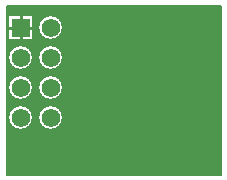
<source format=gbl>
*%FSLAX24Y24*%
*%MOIN*%
G01*
%ADD11C,0.0010*%
%ADD12C,0.0030*%
%ADD13C,0.0050*%
%ADD14C,0.0060*%
%ADD15C,0.0073*%
%ADD16C,0.0080*%
%ADD17C,0.0100*%
%ADD18C,0.0120*%
%ADD19C,0.0200*%
%ADD20C,0.0250*%
%ADD21C,0.0300*%
%ADD22C,0.0320*%
%ADD23C,0.0400*%
%ADD24C,0.0500*%
%ADD25C,0.0560*%
%ADD26C,0.0620*%
%ADD27C,0.0700*%
%ADD28C,0.0800*%
%ADD29R,0.0098X0.0331*%
%ADD30R,0.0178X0.0411*%
%ADD31R,0.0200X0.0250*%
%ADD32R,0.0250X0.0200*%
%ADD33R,0.0280X0.0330*%
%ADD34R,0.0330X0.0280*%
%ADD35R,0.0331X0.0098*%
%ADD36R,0.0411X0.0178*%
%ADD37R,0.0620X0.0620*%
%ADD38R,0.0700X0.0700*%
%ADD39R,0.2165X0.0787*%
%ADD40R,0.2245X0.0867*%
D16*
X276087Y122350D02*
X281360D01*
Y122300D02*
X276099D01*
X276068Y122400D02*
X281360D01*
Y122250D02*
X276105D01*
X276104Y122200D02*
X281360D01*
X276100Y122294D02*
Y122960D01*
X276050D02*
Y122435D01*
X276097Y122150D02*
X281360D01*
Y122100D02*
X276084D01*
X276087Y121350D02*
X281360D01*
Y121300D02*
X276099D01*
X276105Y121250D02*
X281360D01*
Y121200D02*
X276104D01*
X276100Y121294D02*
Y122166D01*
X276097Y121150D02*
X281360D01*
X276100Y121166D02*
Y120294D01*
X276084Y121100D02*
X281360D01*
Y122550D02*
X275951D01*
X276004Y122500D02*
X281360D01*
Y122600D02*
X275872D01*
X276063Y122050D02*
X281360D01*
Y122450D02*
X276041D01*
X276034Y122000D02*
X281360D01*
Y121950D02*
X275994D01*
X275938Y121900D02*
X281360D01*
Y121850D02*
X275849D01*
X275951Y121550D02*
X281360D01*
Y121600D02*
X275872D01*
X276041Y121450D02*
X281360D01*
Y121500D02*
X276004D01*
X276050Y121435D02*
Y122025D01*
X276068Y121400D02*
X281360D01*
Y121050D02*
X276063D01*
X276087Y120350D02*
X281360D01*
Y120400D02*
X276068D01*
X276099Y120300D02*
X281360D01*
Y120250D02*
X276105D01*
X276104Y120200D02*
X281360D01*
X276050Y120435D02*
Y121025D01*
X276097Y120150D02*
X281360D01*
Y120100D02*
X276084D01*
X276063Y120050D02*
X281360D01*
Y119400D02*
X276068D01*
X276087Y119350D02*
X281360D01*
Y119300D02*
X276099D01*
X276100Y119294D02*
Y120166D01*
X276050Y120025D02*
Y119435D01*
X276105Y119250D02*
X281360D01*
Y119200D02*
X276104D01*
X276034Y121000D02*
X281360D01*
Y120950D02*
X275994D01*
X275938Y120900D02*
X281360D01*
Y120600D02*
X275872D01*
X275849Y120850D02*
X281360D01*
Y120500D02*
X276004D01*
X275951Y120550D02*
X281360D01*
Y120450D02*
X276041D01*
X276034Y120000D02*
X281360D01*
Y119950D02*
X275994D01*
X275938Y119900D02*
X281360D01*
Y119600D02*
X275872D01*
X275849Y119850D02*
X281360D01*
Y119550D02*
X275951D01*
X276041Y119450D02*
X281360D01*
Y119500D02*
X276004D01*
X275850Y122610D02*
Y122960D01*
X275900D02*
Y122585D01*
X275800Y122626D02*
Y122960D01*
X275750D02*
Y122636D01*
X275700Y122640D02*
Y122960D01*
X275650D02*
Y122638D01*
X275600Y122629D02*
Y122960D01*
X275550D02*
Y122614D01*
X275500Y122591D02*
Y122960D01*
X276000D02*
Y122504D01*
X275950Y122551D02*
Y122960D01*
X276000Y121956D02*
Y121504D01*
X275950Y121551D02*
Y121909D01*
X275900Y121875D02*
Y121585D01*
X275850Y121610D02*
Y121850D01*
X275800Y121834D02*
Y121626D01*
X275750Y121636D02*
Y121824D01*
X275450Y122559D02*
Y122960D01*
X275400D02*
Y122515D01*
X275518Y122600D02*
X275105D01*
Y122550D02*
X275439D01*
X275386Y122500D02*
X275105D01*
X275350Y122452D02*
Y122960D01*
X275300D02*
Y122340D01*
X275349Y122450D02*
X275105D01*
Y122400D02*
X275322D01*
X275400Y121945D02*
Y121515D01*
X275350Y121452D02*
Y122008D01*
X275500Y121869D02*
Y121591D01*
X275450Y121559D02*
Y121901D01*
X275105Y121820D02*
Y122640D01*
Y122350D02*
X275303D01*
X275300Y122120D02*
Y121340D01*
X275291Y122300D02*
X275105D01*
X275900Y120875D02*
Y120585D01*
X275950Y120551D02*
Y120909D01*
X275850Y120850D02*
Y120610D01*
X275800Y120626D02*
Y120834D01*
X275750Y120824D02*
Y120636D01*
X275700Y121640D02*
Y121820D01*
X275650Y121822D02*
Y121638D01*
X275700Y120820D02*
Y120640D01*
X275650Y120638D02*
Y120822D01*
X276000Y120956D02*
Y120504D01*
Y119956D02*
Y119504D01*
X275950Y119551D02*
Y119909D01*
X275900Y119875D02*
Y119585D01*
X275850Y119610D02*
Y119850D01*
X275800Y119834D02*
Y119626D01*
X275750Y119636D02*
Y119824D01*
X275700Y119820D02*
Y119640D01*
X275600Y121629D02*
Y121831D01*
X275550Y121846D02*
Y121614D01*
Y120846D02*
Y120614D01*
X275600Y120629D02*
Y120831D01*
X275500Y120869D02*
Y120591D01*
X275350Y120452D02*
Y121008D01*
X275300Y121120D02*
Y120340D01*
X275450Y120559D02*
Y120901D01*
X275400Y120945D02*
Y120515D01*
X275550Y119846D02*
Y119614D01*
X275500Y119591D02*
Y119869D01*
X275650Y119822D02*
Y119638D01*
X275600Y119629D02*
Y119831D01*
X275350Y120008D02*
Y119452D01*
X275300Y119340D02*
Y120120D01*
X275450Y119901D02*
Y119559D01*
X275400Y119515D02*
Y119945D01*
X281360Y117330D02*
Y122960D01*
X281350D02*
Y117330D01*
X281300D02*
Y122960D01*
X281250D02*
Y117330D01*
X281200D02*
Y122960D01*
X281150D02*
Y117330D01*
X281100D02*
Y122960D01*
X281050D02*
Y117330D01*
X281000D02*
Y122960D01*
X280950D02*
Y117330D01*
X280900D02*
Y122960D01*
X280850D02*
Y117330D01*
X280800D02*
Y122960D01*
X280750D02*
Y117330D01*
X280700D02*
Y122960D01*
X280650D02*
Y117330D01*
X280600D02*
Y122960D01*
X280550D02*
Y117330D01*
X280500D02*
Y122960D01*
X280450D02*
Y117330D01*
X280400D02*
Y122960D01*
X280350D02*
Y117330D01*
X280300D02*
Y122960D01*
X280250D02*
Y117330D01*
X280200D02*
Y122960D01*
X280150D02*
Y117330D01*
X280100D02*
Y122960D01*
X280050D02*
Y117330D01*
X280000D02*
Y122960D01*
X279950D02*
Y117330D01*
X279900D02*
Y122960D01*
X279850D02*
Y117330D01*
X279800D02*
Y122960D01*
X279750D02*
Y117330D01*
X279700D02*
Y122960D01*
X279650D02*
Y117330D01*
X279600D02*
Y122960D01*
X279550D02*
Y117330D01*
X279500D02*
Y122960D01*
X279450D02*
Y117330D01*
X279400D02*
Y122960D01*
X279350D02*
Y117330D01*
X279300D02*
Y122960D01*
X279250D02*
Y117330D01*
X279200D02*
Y122960D01*
X279150D02*
Y117330D01*
X279100D02*
Y122960D01*
X279050D02*
Y117330D01*
X279000D02*
Y122960D01*
X278950D02*
Y117330D01*
X278900D02*
Y122960D01*
X281360Y119150D02*
X276097D01*
X276084Y119100D02*
X281360D01*
Y119050D02*
X276063D01*
X276034Y119000D02*
X281360D01*
Y118950D02*
X275994D01*
X278850Y117330D02*
Y122960D01*
X278800D02*
Y117330D01*
X281360Y118900D02*
X275938D01*
X275849Y118850D02*
X281360D01*
X278750Y117330D02*
Y122960D01*
X278700D02*
Y117330D01*
X278650D02*
Y122960D01*
X276505Y117330D02*
X281360D01*
X278600D02*
Y122960D01*
X278550D02*
Y117330D01*
X278500D02*
Y122960D01*
X278450D02*
Y117330D01*
X278400D02*
Y122960D01*
X278350D02*
Y117330D01*
X278300D02*
Y122960D01*
X278250D02*
Y117330D01*
X278200D02*
Y122960D01*
X278150D02*
Y117330D01*
X278100D02*
Y122960D01*
X278050D02*
Y117330D01*
X278000D02*
Y122960D01*
X277950D02*
Y117330D01*
X277900D02*
Y122960D01*
X277850D02*
Y117330D01*
X277800D02*
Y122960D01*
X277750D02*
Y117330D01*
X277700D02*
Y122960D01*
X277650D02*
Y117330D01*
X277600D02*
Y122960D01*
X277550D02*
Y117330D01*
X277500D02*
Y122960D01*
X277450D02*
Y117330D01*
X277400D02*
Y122960D01*
X277350D02*
Y117330D01*
X277300D02*
Y122960D01*
X277250D02*
Y117330D01*
X277200D02*
Y122960D01*
X277150D02*
Y117330D01*
X277100D02*
Y122960D01*
X277050D02*
Y117330D01*
X277000D02*
Y122960D01*
X276950D02*
Y117330D01*
X276900D02*
Y122960D01*
X276850D02*
Y117330D01*
X276800D02*
Y122960D01*
X276750D02*
Y117330D01*
X276700D02*
Y122960D01*
X276650D02*
Y117330D01*
X276600D02*
Y122960D01*
X276550D02*
Y117330D01*
X276500D02*
Y122960D01*
X276450D02*
Y117330D01*
X276400D02*
Y122960D01*
X276350D02*
Y117330D01*
X276300D02*
Y122960D01*
X276250D02*
Y117330D01*
X276200D02*
Y122960D01*
X276150D02*
Y117330D01*
X276100D02*
Y119166D01*
X276050Y119025D02*
Y117330D01*
X276000D02*
Y118956D01*
X275950Y118909D02*
Y117330D01*
X275900D02*
Y118875D01*
X275850Y118850D02*
Y117330D01*
X275800D02*
Y118834D01*
X275750Y118824D02*
Y117330D01*
X275600D02*
Y118831D01*
X275550Y118846D02*
Y117330D01*
X275700D02*
Y118820D01*
X275650Y118822D02*
Y117330D01*
X275400D02*
Y118945D01*
X275350Y119008D02*
Y117330D01*
X275500D02*
Y118869D01*
X275450Y118901D02*
Y117330D01*
X275250D02*
Y122960D01*
X275200D02*
Y117330D01*
X275300D02*
Y119120D01*
X275150Y117330D02*
Y122960D01*
X275105Y122250D02*
X275285D01*
X275286Y122200D02*
X275105D01*
Y122150D02*
X275293D01*
X275306Y122100D02*
X275105D01*
Y122050D02*
X275327D01*
X275100Y122640D02*
Y122960D01*
X275050D02*
Y122640D01*
X275000D02*
Y122960D01*
X274950D02*
Y122640D01*
X275105Y122000D02*
X275356D01*
X275396Y121950D02*
X275105D01*
Y121900D02*
X275452D01*
X275541Y121850D02*
X275105D01*
X275100Y121820D02*
Y121294D01*
X275050Y121435D02*
Y121820D01*
X275000D02*
Y121504D01*
X274950Y121551D02*
Y121820D01*
X274230Y122960D02*
X281360D01*
Y122950D02*
X274230D01*
Y122900D02*
X281360D01*
Y122850D02*
X274230D01*
Y122800D02*
X281360D01*
X274900Y122640D02*
Y122960D01*
X274850D02*
Y122640D01*
X274230Y122750D02*
X281360D01*
Y122700D02*
X274230D01*
X274285Y122640D02*
X275105D01*
X274230Y122650D02*
X281360D01*
X275105Y121820D02*
X274285D01*
X274900D02*
Y121585D01*
X274800Y122640D02*
Y122960D01*
X274850Y121820D02*
Y121610D01*
X274800Y121626D02*
Y121820D01*
X275004Y121500D02*
X275386D01*
X275349Y121450D02*
X275041D01*
X274951Y121550D02*
X275439D01*
X275303Y121350D02*
X275087D01*
X275068Y121400D02*
X275322D01*
X275291Y121300D02*
X275099D01*
X275105Y121250D02*
X275285D01*
X275286Y121200D02*
X275104D01*
X275097Y121150D02*
X275293D01*
X275327Y121050D02*
X275063D01*
X275034Y121000D02*
X275356D01*
X275396Y120950D02*
X274994D01*
X275004Y120500D02*
X275386D01*
X275306Y121100D02*
X275084D01*
X275000Y120956D02*
Y120504D01*
X275041Y120450D02*
X275349D01*
X274950Y120551D02*
Y120909D01*
X274230Y121800D02*
X281360D01*
Y121750D02*
X274230D01*
Y121700D02*
X281360D01*
Y121650D02*
X274230D01*
Y120800D02*
X281360D01*
X275518Y121600D02*
X274872D01*
X274938Y120900D02*
X275452D01*
X275541Y120850D02*
X274849D01*
X274230Y120750D02*
X281360D01*
Y120700D02*
X274230D01*
X274872Y120600D02*
X275518D01*
X274230Y120650D02*
X281360D01*
X274900Y120585D02*
Y120875D01*
X274850Y120850D02*
Y120610D01*
X274951Y120550D02*
X275439D01*
X274800Y120626D02*
Y120834D01*
X274750Y122640D02*
Y122960D01*
X274700D02*
Y122640D01*
X274650D02*
Y122960D01*
X274600D02*
Y122640D01*
X274550D02*
Y122960D01*
X274500D02*
Y122640D01*
X274450D02*
Y122960D01*
X274400D02*
Y122640D01*
X274350D02*
Y122960D01*
X274750Y121820D02*
Y121636D01*
X274700Y121640D02*
Y121820D01*
X274300Y122640D02*
Y122960D01*
X274650Y121820D02*
Y121638D01*
X274600Y121629D02*
Y121820D01*
X274285Y122600D02*
X274230D01*
Y122550D02*
X274285D01*
Y122500D02*
X274230D01*
Y122450D02*
X274285D01*
Y122400D02*
X274230D01*
Y122350D02*
X274285D01*
Y122300D02*
X274230D01*
Y122250D02*
X274285D01*
Y122200D02*
X274230D01*
Y122150D02*
X274285D01*
Y122100D02*
X274230D01*
Y122050D02*
X274285D01*
Y122000D02*
X274230D01*
X274285Y121820D02*
Y122640D01*
Y121950D02*
X274230D01*
Y121900D02*
X274285D01*
Y121850D02*
X274230D01*
X274550Y121820D02*
Y121614D01*
X274500Y121591D02*
Y121820D01*
X274450D02*
Y121559D01*
X274518Y121600D02*
X274230D01*
Y121550D02*
X274439D01*
X274400Y121515D02*
Y121820D01*
X274350D02*
Y121452D01*
X274300Y121340D02*
Y121820D01*
X274230Y121500D02*
X274386D01*
X274750Y120824D02*
Y120636D01*
X274700Y120640D02*
Y120820D01*
X274650Y120822D02*
Y120638D01*
X274600Y120629D02*
Y120831D01*
X274450Y120901D02*
Y120559D01*
X274400Y120515D02*
Y120945D01*
X274550Y120846D02*
Y120614D01*
X274500Y120591D02*
Y120869D01*
X274349Y121450D02*
X274230D01*
Y121400D02*
X274322D01*
X274303Y121350D02*
X274230D01*
Y121300D02*
X274291D01*
X274285Y121250D02*
X274230D01*
Y121200D02*
X274286D01*
X274293Y121150D02*
X274230D01*
Y121100D02*
X274306D01*
X274230Y120900D02*
X274452D01*
X274541Y120850D02*
X274230D01*
Y120600D02*
X274518D01*
X274439Y120550D02*
X274230D01*
Y121050D02*
X274327D01*
X274356Y121000D02*
X274230D01*
Y120950D02*
X274396D01*
X274386Y120500D02*
X274230D01*
X275087Y120350D02*
X275303D01*
X275291Y120300D02*
X275099D01*
X275068Y120400D02*
X275322D01*
X275306Y120100D02*
X275084D01*
X275063Y120050D02*
X275327D01*
X275100Y120294D02*
Y121166D01*
X275105Y120250D02*
X275285D01*
X275286Y120200D02*
X275104D01*
X275097Y120150D02*
X275293D01*
X275291Y119300D02*
X275099D01*
X275087Y119350D02*
X275303D01*
X275285Y119250D02*
X275105D01*
X275084Y119100D02*
X275306D01*
X275100Y119294D02*
Y120166D01*
X275104Y119200D02*
X275286D01*
X275100Y119166D02*
Y117330D01*
X275097Y119150D02*
X275293D01*
X275541Y119850D02*
X274849D01*
X274230Y119800D02*
X281360D01*
Y119750D02*
X274230D01*
Y119700D02*
X281360D01*
Y119650D02*
X274230D01*
X275034Y120000D02*
X275356D01*
X275396Y119950D02*
X274994D01*
X274938Y119900D02*
X275452D01*
X275439Y119550D02*
X274951D01*
X274872Y119600D02*
X275518D01*
X275356Y119000D02*
X275034D01*
X275004Y119500D02*
X275386D01*
X275349Y119450D02*
X275041D01*
X275068Y119400D02*
X275322D01*
X275327Y119050D02*
X275063D01*
X274230Y118800D02*
X281360D01*
Y118750D02*
X274230D01*
Y118700D02*
X281360D01*
Y118650D02*
X274230D01*
Y118600D02*
X281360D01*
X275396Y118950D02*
X274994D01*
X274938Y118900D02*
X275452D01*
X275541Y118850D02*
X274849D01*
X274230Y118550D02*
X281360D01*
Y118500D02*
X274230D01*
Y118450D02*
X281360D01*
Y118400D02*
X274230D01*
Y118350D02*
X281360D01*
Y118300D02*
X274230D01*
Y118250D02*
X281360D01*
Y118200D02*
X274230D01*
Y118150D02*
X281360D01*
Y118100D02*
X274230D01*
Y118050D02*
X281360D01*
Y118000D02*
X274230D01*
Y117950D02*
X281360D01*
Y117900D02*
X274230D01*
Y117850D02*
X281360D01*
Y117800D02*
X274230D01*
Y117750D02*
X281360D01*
Y117700D02*
X274230D01*
Y117650D02*
X281360D01*
Y117600D02*
X274230D01*
Y117550D02*
X281360D01*
Y117500D02*
X274230D01*
Y117450D02*
X281360D01*
Y117400D02*
X274230D01*
Y117350D02*
X281360D01*
X276505Y117330D02*
X274230D01*
X275050Y120435D02*
Y121025D01*
X274850Y119850D02*
Y119610D01*
X274800Y119626D02*
Y119834D01*
X274750Y119824D02*
Y119636D01*
X274700Y119640D02*
Y119820D01*
X274550Y119846D02*
Y119614D01*
X274350Y120452D02*
Y121008D01*
X274650Y119822D02*
Y119638D01*
X274600Y119629D02*
Y119831D01*
X275050Y120025D02*
Y119435D01*
X275000Y119504D02*
Y119956D01*
X274950Y119909D02*
Y119551D01*
X274900Y119585D02*
Y119875D01*
X274400Y119945D02*
Y119515D01*
X274350Y119452D02*
Y120008D01*
X274500Y119869D02*
Y119591D01*
X274450Y119559D02*
Y119901D01*
X274349Y120450D02*
X274230D01*
X274300Y120340D02*
Y121120D01*
X274322Y120400D02*
X274230D01*
Y120350D02*
X274303D01*
X274291Y120300D02*
X274230D01*
Y120250D02*
X274285D01*
X274286Y120200D02*
X274230D01*
Y120150D02*
X274293D01*
X274306Y120100D02*
X274230D01*
Y120000D02*
X274356D01*
X274396Y119950D02*
X274230D01*
Y119900D02*
X274452D01*
X274541Y119850D02*
X274230D01*
X274250Y117330D02*
Y122960D01*
X274230D02*
Y118930D01*
X274300Y119340D02*
Y120120D01*
X274327Y120050D02*
X274230D01*
X275050Y119025D02*
Y117330D01*
X275000D02*
Y118956D01*
X274950Y118909D02*
Y117330D01*
X274900D02*
Y118875D01*
X274850Y118850D02*
Y117330D01*
X274800D02*
Y118834D01*
X274518Y119600D02*
X274230D01*
X274750Y118824D02*
Y117330D01*
X274700D02*
Y118820D01*
X274600Y118831D02*
Y117330D01*
X274500D02*
Y118869D01*
X274650Y118822D02*
Y117330D01*
X274550D02*
Y118846D01*
X274350Y119008D02*
Y117330D01*
X274300D02*
Y119120D01*
X274450Y118901D02*
Y117330D01*
X274400D02*
Y118945D01*
X274439Y119550D02*
X274230D01*
Y119500D02*
X274386D01*
X274349Y119450D02*
X274230D01*
Y119400D02*
X274322D01*
X274303Y119350D02*
X274230D01*
Y119300D02*
X274291D01*
X274285Y119250D02*
X274230D01*
Y119200D02*
X274286D01*
X274230Y119000D02*
X274356D01*
X274396Y118950D02*
X274230D01*
Y118900D02*
X274452D01*
X274541Y118850D02*
X274230D01*
Y119150D02*
X274293D01*
X274306Y119100D02*
X274230D01*
Y119050D02*
X274327D01*
X274230Y118930D02*
Y117330D01*
X276105Y122230D02*
G75*
G02*X276105Y122230I-410D01*
G74*
Y121230D02*
G75*
G02*X276105Y121230I-410D01*
G74*
Y120230D02*
G75*
G02*X276105Y120230I-410D01*
G74*
Y119230D02*
G75*
G02*X276105Y119230I-410D01*
G74*
X275105Y121230D02*
G75*
G02*X275105Y121230I-410D01*
G74*
Y120230D02*
G75*
G02*X275105Y120230I-410D01*
G74*
Y119230D02*
G75*
G02*X275105Y119230I-410D01*
D17*
G74*
X275065Y122230D02*
X274695D01*
Y122600D01*
Y122230D02*
X274325D01*
X274695D02*
Y121860D01*
D22*
X275160Y117495D02*
D03*
X279120Y122210D02*
D03*
X277225Y122400D02*
D03*
X279860Y122780D02*
D03*
X278100D02*
D03*
X276400D02*
D03*
X278550Y117495D02*
D03*
X280380D02*
D03*
X276370D02*
D03*
X276310Y118940D02*
D03*
X274407Y122780D02*
D03*
X281200D02*
D03*
X274407Y117495D02*
D03*
X276700Y121570D02*
D03*
X278150Y118965D02*
D03*
X279015Y118950D02*
D03*
X278565Y118400D02*
D03*
X274407Y118480D02*
D03*
Y119765D02*
D03*
Y120735D02*
D03*
X278570Y120620D02*
D03*
X277935Y119350D02*
D03*
X278090Y120610D02*
D03*
X278580Y120210D02*
D03*
X277490Y121290D02*
D03*
X279305Y119450D02*
D03*
X280375Y119020D02*
D03*
X279000Y119710D02*
D03*
X281200Y119030D02*
D03*
Y119855D02*
D03*
X279485Y121400D02*
D03*
X281250Y121425D02*
D03*
X280300D02*
D03*
X278670Y122300D02*
D03*
D26*
X279695Y122230D02*
D03*
X275695D02*
D03*
X274695Y121230D02*
D03*
X275695D02*
D03*
X274695Y120230D02*
D03*
X275695D02*
D03*
X274695Y119230D02*
D03*
X275695D02*
D03*
D37*
X274695Y122230D02*
D03*
M02*

</source>
